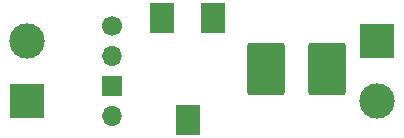
<source format=gbs>
G04 #@! TF.GenerationSoftware,KiCad,Pcbnew,(6.0.6)*
G04 #@! TF.CreationDate,2022-08-25T08:17:03+02:00*
G04 #@! TF.ProjectId,Stepdown led board,53746570-646f-4776-9e20-6c656420626f,rev?*
G04 #@! TF.SameCoordinates,Original*
G04 #@! TF.FileFunction,Soldermask,Bot*
G04 #@! TF.FilePolarity,Negative*
%FSLAX46Y46*%
G04 Gerber Fmt 4.6, Leading zero omitted, Abs format (unit mm)*
G04 Created by KiCad (PCBNEW (6.0.6)) date 2022-08-25 08:17:03*
%MOMM*%
%LPD*%
G01*
G04 APERTURE LIST*
G04 Aperture macros list*
%AMRoundRect*
0 Rectangle with rounded corners*
0 $1 Rounding radius*
0 $2 $3 $4 $5 $6 $7 $8 $9 X,Y pos of 4 corners*
0 Add a 4 corners polygon primitive as box body*
4,1,4,$2,$3,$4,$5,$6,$7,$8,$9,$2,$3,0*
0 Add four circle primitives for the rounded corners*
1,1,$1+$1,$2,$3*
1,1,$1+$1,$4,$5*
1,1,$1+$1,$6,$7*
1,1,$1+$1,$8,$9*
0 Add four rect primitives between the rounded corners*
20,1,$1+$1,$2,$3,$4,$5,0*
20,1,$1+$1,$4,$5,$6,$7,0*
20,1,$1+$1,$6,$7,$8,$9,0*
20,1,$1+$1,$8,$9,$2,$3,0*%
G04 Aperture macros list end*
%ADD10C,1.700000*%
%ADD11O,1.700000X1.700000*%
%ADD12R,1.700000X1.700000*%
%ADD13R,3.000000X3.000000*%
%ADD14C,3.000000*%
%ADD15R,2.000000X2.500000*%
%ADD16RoundRect,0.250000X1.350000X1.975000X-1.350000X1.975000X-1.350000X-1.975000X1.350000X-1.975000X0*%
G04 APERTURE END LIST*
D10*
X31703356Y-25558197D03*
D11*
X31703356Y-28098197D03*
D12*
X31703356Y-30638197D03*
D11*
X31703356Y-33178197D03*
D13*
X54145624Y-26861402D03*
D14*
X54145624Y-31941402D03*
D13*
X24541828Y-31950743D03*
D14*
X24541828Y-26870743D03*
D15*
X40268980Y-24893261D03*
X38118980Y-33543261D03*
X35968980Y-24893261D03*
D16*
X49917256Y-29232905D03*
X44717256Y-29232905D03*
M02*

</source>
